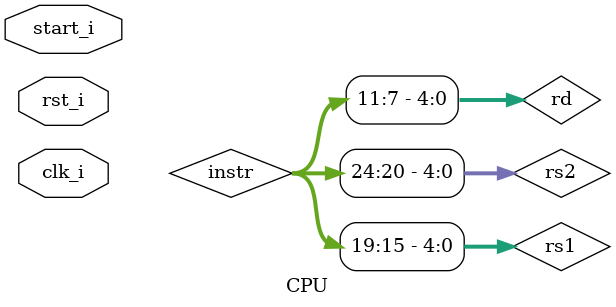
<source format=v>
module CPU
(
    clk_i, 
    rst_i,
    start_i
);

// Ports
input               clk_i;
input               rst_i;
input               start_i;
wire [31:0] pc;
wire [31:0] instraddr,instr;

wire [4:0] rd,rs1,rs2;
wire [31:0] data1,data2;
//000000001010_00000_000_00101_0010011  //addi x5,x0,10
assign rs1    = instr[19:15];//00000
assign rs2    = instr[24:20];//no
assign rd     = instr[11:7];//00101
wire  [9:0]  func;
assign func = {instr[31:25],instr[14:12]};//xxxxxxx000

Control Control(
    .Op_i       (instr[6:0]),//0010011
    .ALUOp_o    (ALU_Control.ALUOp_i),
    .ALUSrc_o   (MUX32.select_i),
    .RegWrite_o (Registers.RegWrite_i)
);



Adder Add_PC(
    .data1_in   (instraddr),
    .data2_in   (32'd4),
    .data_o     (pc)
);


PC PC(
    .clk_i      (clk_i),
    .rst_i      (rst_i),
    .start_i    (start_i),
    .pc_i       (pc),
    .pc_o       (instraddr)//4
);

Instruction_Memory Instruction_Memory(
    .addr_i     (instraddr), //4
    .instr_o    (instr)//addi x5,x0,10
); 

Registers Registers(
    .clk_i      (clk_i),
    .RS1addr_i   (rs1),//x0
    .RS2addr_i   (rs2),//no
    .RDaddr_i   (rd),//x5 
    .RDdata_i   (ALU.data_o),//
    .RegWrite_i (Control.RegWrite_o), 
    .RS1data_o   (data1),
    .RS2data_o   (data2) 
);

MUX32 MUX32(
    .data1_i    (data2),
    .data2_i    (Sign_Extend.data_o),
    .select_i   (Control.ALUSrc_o),
    .data_o     (ALU.data2_i)
);//MUX_ALUSrc


 
Sign_Extend Sign_Extend(
    .data_i     (instr[31:20]),
    .data_o     (MUX32.data2_i)
);

  

ALU ALU(
    .data1_i    (data1),
    .data2_i    (MUX32.data_o),
    .ALUCtrl_i  (ALU_Control.ALUCtrl_o),
    .data_o     (Registers.RDdata_i),
    .Zero_o     ()
);



ALU_Control ALU_Control(
    .funct_i    (func), //{func7,func3} 
    .ALUOp_i    (Control.ALUOp_o),//check R type or I type
    .ALUCtrl_o  (ALU.ALUCtrl_i)
);


endmodule


</source>
